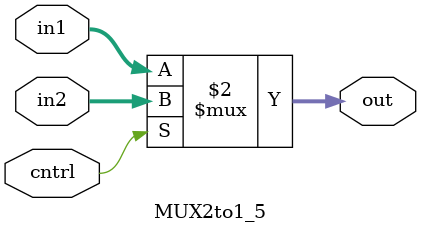
<source format=v>
/*A mux that handles 5 bits input to 5 bits output*/

module MUX2to1_5(cntrl,in1,in2,out);
input cntrl;
input [4:0] in1,in2;
output [4:0] out;
assign out = (cntrl == 1) ? in2 : in1;
endmodule

</source>
